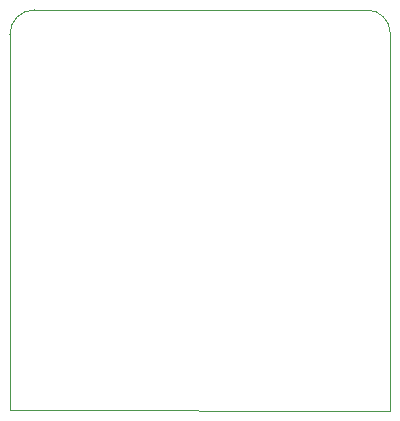
<source format=gbr>
%TF.GenerationSoftware,KiCad,Pcbnew,(5.1.6)-1*%
%TF.CreationDate,2020-11-24T16:57:48+08:00*%
%TF.ProjectId,BCG_mini_c8t6,4243475f-6d69-46e6-995f-633874362e6b,rev?*%
%TF.SameCoordinates,Original*%
%TF.FileFunction,Profile,NP*%
%FSLAX46Y46*%
G04 Gerber Fmt 4.6, Leading zero omitted, Abs format (unit mm)*
G04 Created by KiCad (PCBNEW (5.1.6)-1) date 2020-11-24 16:57:48*
%MOMM*%
%LPD*%
G01*
G04 APERTURE LIST*
%TA.AperFunction,Profile*%
%ADD10C,0.050000*%
%TD*%
G04 APERTURE END LIST*
D10*
X120091200Y-89611200D02*
X120091200Y-121412000D01*
X120091200Y-89611200D02*
G75*
G02*
X122174000Y-87528400I2082800J0D01*
G01*
X150317200Y-87528400D02*
G75*
G02*
X152298400Y-89509600I0J-1981200D01*
G01*
X152298400Y-121462800D02*
X120091200Y-121412000D01*
X152298400Y-89509600D02*
X152298400Y-121462800D01*
X122174000Y-87528400D02*
X150317200Y-87528400D01*
M02*

</source>
